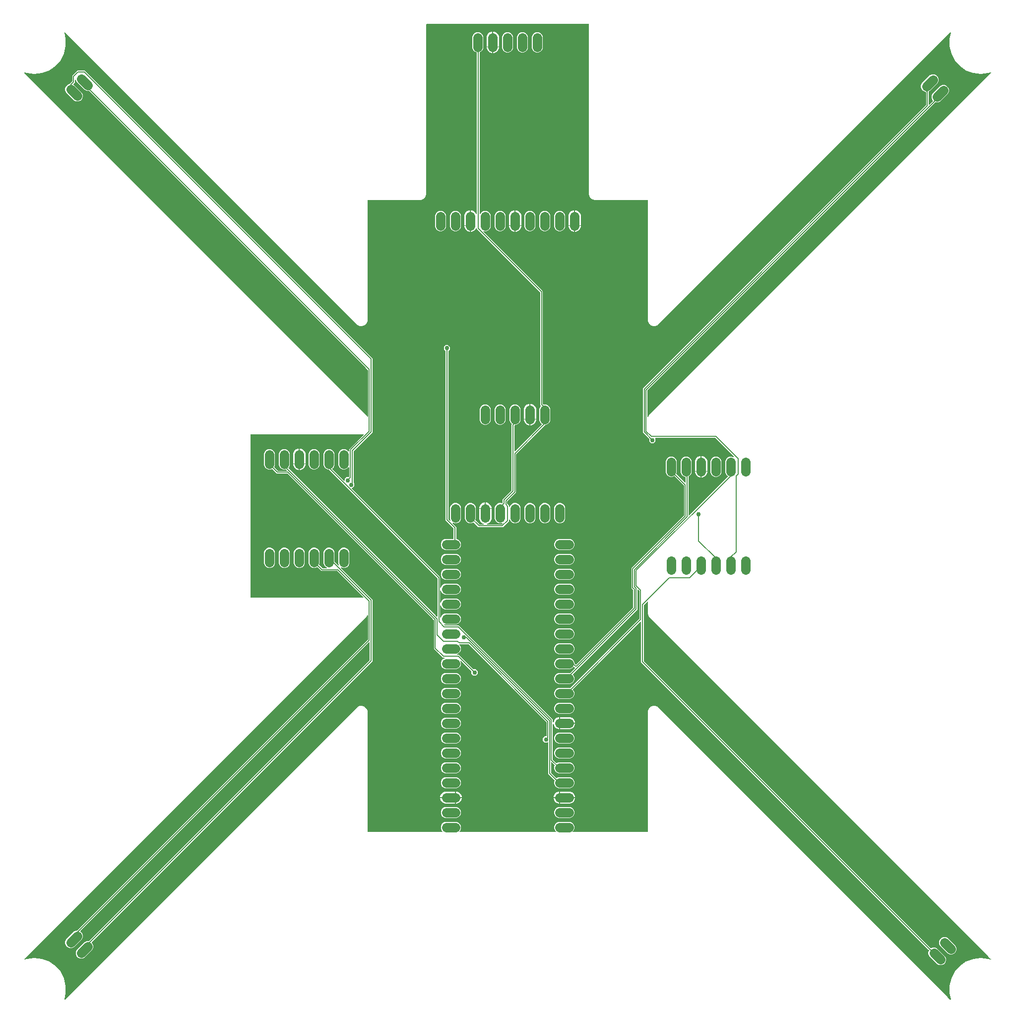
<source format=gbr>
G04 EAGLE Gerber RS-274X export*
G75*
%MOMM*%
%FSLAX34Y34*%
%LPD*%
%INBottom Copper*%
%IPPOS*%
%AMOC8*
5,1,8,0,0,1.08239X$1,22.5*%
G01*
G04 Define Apertures*
%ADD10C,1.575000*%
%ADD11C,0.152400*%
%ADD12C,0.756400*%
G36*
X756173Y-824890D02*
X755877Y-824955D01*
X755578Y-824900D01*
X755326Y-824732D01*
X256187Y-325594D01*
X252173Y-323931D01*
X247827Y-323931D01*
X243813Y-325594D01*
X240741Y-328666D01*
X239078Y-332680D01*
X239078Y-538316D01*
X239027Y-538591D01*
X238863Y-538846D01*
X238613Y-539018D01*
X238316Y-539078D01*
X111907Y-539078D01*
X111644Y-539031D01*
X111385Y-538872D01*
X111210Y-538624D01*
X111145Y-538328D01*
X111201Y-538030D01*
X111368Y-537777D01*
X112618Y-536527D01*
X114049Y-533073D01*
X114049Y-529333D01*
X112618Y-525879D01*
X109974Y-523235D01*
X106520Y-521804D01*
X87030Y-521804D01*
X83576Y-523235D01*
X80932Y-525879D01*
X79501Y-529333D01*
X79501Y-533073D01*
X80932Y-536527D01*
X82182Y-537777D01*
X82335Y-537997D01*
X82405Y-538292D01*
X82354Y-538591D01*
X82191Y-538846D01*
X81940Y-539018D01*
X81643Y-539078D01*
X-81643Y-539078D01*
X-81906Y-539031D01*
X-82165Y-538872D01*
X-82340Y-538624D01*
X-82405Y-538328D01*
X-82349Y-538030D01*
X-82182Y-537777D01*
X-80932Y-536527D01*
X-79501Y-533073D01*
X-79501Y-529333D01*
X-80932Y-525879D01*
X-83576Y-523235D01*
X-87030Y-521804D01*
X-106520Y-521804D01*
X-109974Y-523235D01*
X-112618Y-525879D01*
X-114049Y-529333D01*
X-114049Y-533073D01*
X-112618Y-536527D01*
X-111368Y-537777D01*
X-111215Y-537997D01*
X-111145Y-538292D01*
X-111196Y-538591D01*
X-111360Y-538846D01*
X-111610Y-539018D01*
X-111907Y-539078D01*
X-238316Y-539078D01*
X-238591Y-539027D01*
X-238846Y-538863D01*
X-239018Y-538613D01*
X-239078Y-538316D01*
X-239078Y-332680D01*
X-240741Y-328666D01*
X-243813Y-325594D01*
X-247827Y-323931D01*
X-252173Y-323931D01*
X-256187Y-325594D01*
X-755326Y-824732D01*
X-755720Y-824942D01*
X-756023Y-824939D01*
X-756301Y-824818D01*
X-756510Y-824598D01*
X-756617Y-824314D01*
X-756604Y-824011D01*
X-754152Y-814060D01*
X-754152Y-801087D01*
X-757256Y-788491D01*
X-763285Y-777004D01*
X-771888Y-767293D01*
X-782565Y-759923D01*
X-794695Y-755323D01*
X-807574Y-753759D01*
X-820452Y-755323D01*
X-824024Y-756678D01*
X-824258Y-756726D01*
X-824558Y-756680D01*
X-824816Y-756521D01*
X-824991Y-756273D01*
X-825056Y-755977D01*
X-825001Y-755679D01*
X-824833Y-755426D01*
X-240741Y-171334D01*
X-239972Y-169478D01*
X-239832Y-169257D01*
X-239587Y-169078D01*
X-239292Y-169008D01*
X-238993Y-169059D01*
X-238738Y-169222D01*
X-238566Y-169472D01*
X-238506Y-169770D01*
X-238506Y-210573D01*
X-238562Y-210859D01*
X-238729Y-211112D01*
X-734478Y-706861D01*
X-734719Y-707024D01*
X-735016Y-707084D01*
X-736313Y-707084D01*
X-739768Y-708515D01*
X-753548Y-722296D01*
X-754979Y-725750D01*
X-754979Y-729489D01*
X-753548Y-732944D01*
X-750904Y-735588D01*
X-747450Y-737019D01*
X-743711Y-737019D01*
X-740256Y-735588D01*
X-726475Y-721807D01*
X-725044Y-718352D01*
X-725044Y-714613D01*
X-726475Y-711159D01*
X-728854Y-708780D01*
X-729012Y-708550D01*
X-729077Y-708254D01*
X-729021Y-707956D01*
X-728854Y-707703D01*
X-236759Y-215608D01*
X-236539Y-215455D01*
X-236244Y-215385D01*
X-235945Y-215436D01*
X-235690Y-215599D01*
X-235518Y-215849D01*
X-235458Y-216147D01*
X-235458Y-245625D01*
X-235514Y-245911D01*
X-235681Y-246164D01*
X-714338Y-724821D01*
X-714580Y-724984D01*
X-714877Y-725044D01*
X-718352Y-725044D01*
X-721807Y-726475D01*
X-735588Y-740256D01*
X-737019Y-743711D01*
X-737019Y-747450D01*
X-735588Y-750904D01*
X-732944Y-753548D01*
X-729489Y-754979D01*
X-725750Y-754979D01*
X-722296Y-753548D01*
X-708515Y-739768D01*
X-707084Y-736313D01*
X-707084Y-732574D01*
X-708515Y-729119D01*
X-709804Y-727830D01*
X-709962Y-727600D01*
X-710027Y-727304D01*
X-709971Y-727006D01*
X-709804Y-726753D01*
X-230886Y-247835D01*
X-230886Y-142309D01*
X-284154Y-89041D01*
X-284305Y-88827D01*
X-284377Y-88533D01*
X-284328Y-88233D01*
X-284167Y-87976D01*
X-283918Y-87803D01*
X-283621Y-87740D01*
X-283324Y-87798D01*
X-281270Y-88649D01*
X-277530Y-88649D01*
X-274076Y-87218D01*
X-271432Y-84574D01*
X-270001Y-81120D01*
X-270001Y-61630D01*
X-271432Y-58176D01*
X-274076Y-55532D01*
X-277530Y-54101D01*
X-281270Y-54101D01*
X-284724Y-55532D01*
X-287368Y-58176D01*
X-288799Y-61630D01*
X-288799Y-81120D01*
X-287948Y-83174D01*
X-287891Y-83429D01*
X-287937Y-83729D01*
X-288096Y-83987D01*
X-288344Y-84162D01*
X-288640Y-84227D01*
X-288938Y-84172D01*
X-289191Y-84004D01*
X-295178Y-78017D01*
X-295341Y-77776D01*
X-295401Y-77478D01*
X-295401Y-61630D01*
X-296832Y-58176D01*
X-299476Y-55532D01*
X-302930Y-54101D01*
X-306670Y-54101D01*
X-310124Y-55532D01*
X-312768Y-58176D01*
X-314199Y-61630D01*
X-314199Y-81120D01*
X-312768Y-84574D01*
X-310124Y-87218D01*
X-308990Y-87688D01*
X-308769Y-87828D01*
X-308589Y-88073D01*
X-308520Y-88368D01*
X-308570Y-88667D01*
X-308734Y-88922D01*
X-308984Y-89094D01*
X-309281Y-89154D01*
X-315729Y-89154D01*
X-316015Y-89098D01*
X-316268Y-88931D01*
X-321401Y-83798D01*
X-321562Y-83562D01*
X-321624Y-83265D01*
X-321566Y-82967D01*
X-320801Y-81120D01*
X-320801Y-61630D01*
X-322232Y-58176D01*
X-324876Y-55532D01*
X-328330Y-54101D01*
X-332070Y-54101D01*
X-335524Y-55532D01*
X-338168Y-58176D01*
X-339599Y-61630D01*
X-339599Y-81120D01*
X-338168Y-84574D01*
X-335524Y-87218D01*
X-332070Y-88649D01*
X-328330Y-88649D01*
X-325043Y-87287D01*
X-324763Y-87229D01*
X-324465Y-87285D01*
X-324212Y-87452D01*
X-317939Y-93726D01*
X-290823Y-93726D01*
X-290537Y-93782D01*
X-290284Y-93949D01*
X-245974Y-138259D01*
X-245823Y-138473D01*
X-245751Y-138767D01*
X-245800Y-139067D01*
X-245961Y-139324D01*
X-246210Y-139497D01*
X-246507Y-139560D01*
X-246804Y-139502D01*
X-247827Y-139078D01*
X-438316Y-139078D01*
X-438591Y-139027D01*
X-438846Y-138863D01*
X-439018Y-138613D01*
X-439078Y-138316D01*
X-439078Y138316D01*
X-439027Y138591D01*
X-438863Y138846D01*
X-438613Y139018D01*
X-438316Y139078D01*
X-247827Y139078D01*
X-246804Y139502D01*
X-246549Y139559D01*
X-246249Y139513D01*
X-245991Y139354D01*
X-245816Y139106D01*
X-245751Y138810D01*
X-245806Y138512D01*
X-245974Y138259D01*
X-270510Y113723D01*
X-270510Y110892D01*
X-270557Y110629D01*
X-270716Y110370D01*
X-270964Y110195D01*
X-271260Y110130D01*
X-271558Y110186D01*
X-271811Y110353D01*
X-274076Y112618D01*
X-277530Y114049D01*
X-281270Y114049D01*
X-284724Y112618D01*
X-287368Y109974D01*
X-288799Y106520D01*
X-288799Y87030D01*
X-287368Y83576D01*
X-284724Y80932D01*
X-281270Y79501D01*
X-277530Y79501D01*
X-274076Y80932D01*
X-271811Y83197D01*
X-271591Y83350D01*
X-271296Y83420D01*
X-270997Y83369D01*
X-270742Y83206D01*
X-270570Y82955D01*
X-270510Y82658D01*
X-270510Y67028D01*
X-270561Y66753D01*
X-270725Y66498D01*
X-270975Y66326D01*
X-271272Y66266D01*
X-274994Y66266D01*
X-278102Y63158D01*
X-278102Y60671D01*
X-278149Y60407D01*
X-278308Y60149D01*
X-278556Y59974D01*
X-278852Y59909D01*
X-279150Y59964D01*
X-279403Y60132D01*
X-299301Y80030D01*
X-299459Y80260D01*
X-299524Y80556D01*
X-299468Y80854D01*
X-299301Y81107D01*
X-296832Y83576D01*
X-295401Y87030D01*
X-295401Y106520D01*
X-296832Y109974D01*
X-299476Y112618D01*
X-302930Y114049D01*
X-306670Y114049D01*
X-310124Y112618D01*
X-312768Y109974D01*
X-314199Y106520D01*
X-314199Y87030D01*
X-312768Y83576D01*
X-310124Y80932D01*
X-306670Y79501D01*
X-305554Y79501D01*
X-305268Y79445D01*
X-305015Y79278D01*
X-119857Y-105880D01*
X-119694Y-106121D01*
X-119634Y-106419D01*
X-119634Y-170949D01*
X-119681Y-171213D01*
X-119840Y-171471D01*
X-120088Y-171646D01*
X-120384Y-171711D01*
X-120682Y-171656D01*
X-120935Y-171488D01*
X-373977Y81554D01*
X-374135Y81784D01*
X-374200Y82080D01*
X-374144Y82378D01*
X-373977Y82631D01*
X-373032Y83576D01*
X-371601Y87030D01*
X-371601Y106520D01*
X-373032Y109974D01*
X-375676Y112618D01*
X-379130Y114049D01*
X-382870Y114049D01*
X-386324Y112618D01*
X-388968Y109974D01*
X-390399Y106520D01*
X-390399Y87030D01*
X-388968Y83576D01*
X-386324Y80932D01*
X-382870Y79501D01*
X-379130Y79501D01*
X-379077Y79523D01*
X-378798Y79581D01*
X-378500Y79525D01*
X-378247Y79358D01*
X-377152Y78263D01*
X-376999Y78043D01*
X-376929Y77748D01*
X-376980Y77449D01*
X-377143Y77194D01*
X-377393Y77022D01*
X-377691Y76962D01*
X-391929Y76962D01*
X-392215Y77018D01*
X-392468Y77185D01*
X-398197Y82914D01*
X-398357Y83150D01*
X-398420Y83447D01*
X-398362Y83744D01*
X-397001Y87030D01*
X-397001Y106520D01*
X-398432Y109974D01*
X-401076Y112618D01*
X-404530Y114049D01*
X-408270Y114049D01*
X-411724Y112618D01*
X-414368Y109974D01*
X-415799Y106520D01*
X-415799Y87030D01*
X-414368Y83576D01*
X-411724Y80932D01*
X-408270Y79501D01*
X-404530Y79501D01*
X-402681Y80267D01*
X-402402Y80325D01*
X-402104Y80269D01*
X-401851Y80102D01*
X-394139Y72390D01*
X-376167Y72390D01*
X-375881Y72334D01*
X-375628Y72167D01*
X-125953Y-177508D01*
X-125790Y-177749D01*
X-125730Y-178047D01*
X-125730Y-226499D01*
X-110675Y-241554D01*
X-108298Y-241554D01*
X-108041Y-241599D01*
X-107781Y-241756D01*
X-107604Y-242002D01*
X-107537Y-242298D01*
X-107590Y-242596D01*
X-107755Y-242851D01*
X-108007Y-243020D01*
X-109974Y-243835D01*
X-112618Y-246479D01*
X-114049Y-249933D01*
X-114049Y-253673D01*
X-112618Y-257127D01*
X-109974Y-259771D01*
X-106520Y-261202D01*
X-87030Y-261202D01*
X-83576Y-259771D01*
X-80932Y-257127D01*
X-79501Y-253673D01*
X-79501Y-249933D01*
X-80237Y-248158D01*
X-80294Y-247902D01*
X-80248Y-247603D01*
X-80088Y-247345D01*
X-79841Y-247169D01*
X-79545Y-247104D01*
X-79247Y-247160D01*
X-78994Y-247327D01*
X-61917Y-264404D01*
X-61754Y-264645D01*
X-61694Y-264943D01*
X-61694Y-268898D01*
X-58586Y-272006D01*
X-54190Y-272006D01*
X-51082Y-268898D01*
X-51082Y-264502D01*
X-54190Y-261394D01*
X-58145Y-261394D01*
X-58431Y-261338D01*
X-58684Y-261171D01*
X-82873Y-236982D01*
X-86048Y-236982D01*
X-86306Y-236937D01*
X-86565Y-236780D01*
X-86743Y-236534D01*
X-86810Y-236238D01*
X-86757Y-235940D01*
X-86591Y-235686D01*
X-86340Y-235516D01*
X-83576Y-234371D01*
X-80932Y-231727D01*
X-79501Y-228273D01*
X-79501Y-224533D01*
X-80932Y-221079D01*
X-82016Y-219995D01*
X-82169Y-219775D01*
X-82239Y-219480D01*
X-82188Y-219181D01*
X-82025Y-218926D01*
X-81774Y-218754D01*
X-81477Y-218694D01*
X-66795Y-218694D01*
X-66509Y-218750D01*
X-66256Y-218917D01*
X66071Y-351244D01*
X66234Y-351485D01*
X66294Y-351783D01*
X66294Y-374932D01*
X66243Y-375207D01*
X66079Y-375462D01*
X65829Y-375634D01*
X65532Y-375694D01*
X63334Y-375694D01*
X60226Y-378802D01*
X60226Y-383198D01*
X63334Y-386306D01*
X67730Y-386306D01*
X68041Y-385995D01*
X68261Y-385842D01*
X68556Y-385772D01*
X68855Y-385823D01*
X69110Y-385986D01*
X69282Y-386236D01*
X69342Y-386533D01*
X69342Y-439859D01*
X80053Y-450570D01*
X80214Y-450806D01*
X80277Y-451103D01*
X80219Y-451401D01*
X79501Y-453133D01*
X79501Y-456873D01*
X80932Y-460327D01*
X83576Y-462971D01*
X87030Y-464402D01*
X106520Y-464402D01*
X109974Y-462971D01*
X112618Y-460327D01*
X114049Y-456873D01*
X114049Y-453133D01*
X112618Y-449679D01*
X109974Y-447035D01*
X106520Y-445604D01*
X87030Y-445604D01*
X83628Y-447013D01*
X83348Y-447071D01*
X83050Y-447016D01*
X82797Y-446848D01*
X74137Y-438188D01*
X73974Y-437947D01*
X73914Y-437649D01*
X73914Y-420363D01*
X73961Y-420099D01*
X74120Y-419841D01*
X74368Y-419666D01*
X74664Y-419601D01*
X74962Y-419656D01*
X75215Y-419824D01*
X80202Y-424811D01*
X80363Y-425047D01*
X80425Y-425344D01*
X80367Y-425642D01*
X79501Y-427733D01*
X79501Y-431473D01*
X80932Y-434927D01*
X83576Y-437571D01*
X87030Y-439002D01*
X106520Y-439002D01*
X109974Y-437571D01*
X112618Y-434927D01*
X114049Y-431473D01*
X114049Y-427733D01*
X112618Y-424279D01*
X109974Y-421635D01*
X106520Y-420204D01*
X87030Y-420204D01*
X83987Y-421465D01*
X83707Y-421523D01*
X83409Y-421467D01*
X83156Y-421300D01*
X77185Y-415328D01*
X77022Y-415087D01*
X76962Y-414789D01*
X76962Y-355629D01*
X77007Y-355371D01*
X77164Y-355112D01*
X77410Y-354934D01*
X77706Y-354867D01*
X78004Y-354920D01*
X78259Y-355086D01*
X78428Y-355337D01*
X80071Y-359303D01*
X83000Y-362232D01*
X86828Y-363818D01*
X88138Y-363818D01*
X88138Y-342988D01*
X86828Y-342988D01*
X83000Y-344574D01*
X80071Y-347503D01*
X78428Y-351469D01*
X78288Y-351690D01*
X78043Y-351869D01*
X77748Y-351939D01*
X77449Y-351888D01*
X77194Y-351725D01*
X77022Y-351475D01*
X76962Y-351177D01*
X76962Y-346525D01*
X-82873Y-186690D01*
X-106941Y-186690D01*
X-107227Y-186634D01*
X-107480Y-186467D01*
X-107951Y-185996D01*
X-108102Y-185782D01*
X-108174Y-185487D01*
X-108126Y-185188D01*
X-107964Y-184931D01*
X-107715Y-184758D01*
X-107419Y-184695D01*
X-107121Y-184753D01*
X-106520Y-185002D01*
X-87030Y-185002D01*
X-83576Y-183571D01*
X-80932Y-180927D01*
X-79501Y-177473D01*
X-79501Y-173733D01*
X-80932Y-170279D01*
X-83576Y-167635D01*
X-87030Y-166204D01*
X-106520Y-166204D01*
X-109974Y-167635D01*
X-112618Y-170279D01*
X-113596Y-172640D01*
X-113736Y-172861D01*
X-113981Y-173040D01*
X-114276Y-173110D01*
X-114575Y-173059D01*
X-114830Y-172896D01*
X-115002Y-172645D01*
X-115062Y-172348D01*
X-115062Y-153458D01*
X-115017Y-153200D01*
X-114860Y-152941D01*
X-114614Y-152764D01*
X-114318Y-152696D01*
X-114020Y-152749D01*
X-113766Y-152915D01*
X-113596Y-153166D01*
X-112618Y-155527D01*
X-109974Y-158171D01*
X-106520Y-159602D01*
X-87030Y-159602D01*
X-83576Y-158171D01*
X-80932Y-155527D01*
X-79501Y-152073D01*
X-79501Y-148333D01*
X-80932Y-144879D01*
X-83576Y-142235D01*
X-87030Y-140804D01*
X-106520Y-140804D01*
X-109974Y-142235D01*
X-112618Y-144879D01*
X-113596Y-147240D01*
X-113736Y-147461D01*
X-113981Y-147640D01*
X-114276Y-147710D01*
X-114575Y-147659D01*
X-114830Y-147496D01*
X-115002Y-147245D01*
X-115062Y-146948D01*
X-115062Y-128058D01*
X-115017Y-127800D01*
X-114860Y-127541D01*
X-114614Y-127364D01*
X-114318Y-127296D01*
X-114020Y-127349D01*
X-113766Y-127515D01*
X-113596Y-127766D01*
X-112618Y-130127D01*
X-109974Y-132771D01*
X-106520Y-134202D01*
X-87030Y-134202D01*
X-83576Y-132771D01*
X-80932Y-130127D01*
X-79501Y-126673D01*
X-79501Y-122933D01*
X-80932Y-119479D01*
X-83576Y-116835D01*
X-87030Y-115404D01*
X-106520Y-115404D01*
X-109974Y-116835D01*
X-112618Y-119479D01*
X-113596Y-121840D01*
X-113736Y-122061D01*
X-113981Y-122240D01*
X-114276Y-122310D01*
X-114575Y-122259D01*
X-114830Y-122096D01*
X-115002Y-121845D01*
X-115062Y-121548D01*
X-115062Y-104209D01*
X-266004Y46733D01*
X-266157Y46953D01*
X-266227Y47248D01*
X-266176Y47547D01*
X-266013Y47802D01*
X-265763Y47974D01*
X-265465Y48034D01*
X-264502Y48034D01*
X-261394Y51142D01*
X-261394Y55538D01*
X-262667Y56811D01*
X-262830Y57052D01*
X-262890Y57349D01*
X-262890Y109989D01*
X-262834Y110275D01*
X-262667Y110528D01*
X-230886Y142309D01*
X-230886Y269171D01*
X-721429Y759714D01*
X-733991Y759714D01*
X-742950Y750755D01*
X-742950Y741927D01*
X-743006Y741641D01*
X-743173Y741388D01*
X-747500Y737061D01*
X-747748Y736895D01*
X-750904Y735588D01*
X-753548Y732944D01*
X-754979Y729489D01*
X-754979Y725750D01*
X-753548Y722296D01*
X-739768Y708515D01*
X-736313Y707084D01*
X-732574Y707084D01*
X-729119Y708515D01*
X-726475Y711159D01*
X-725044Y714613D01*
X-725044Y718352D01*
X-726475Y721807D01*
X-740256Y735588D01*
X-740794Y735811D01*
X-741024Y735959D01*
X-741200Y736206D01*
X-741265Y736503D01*
X-741209Y736801D01*
X-741042Y737054D01*
X-738378Y739717D01*
X-738378Y743161D01*
X-738333Y743419D01*
X-738176Y743678D01*
X-737930Y743856D01*
X-737634Y743923D01*
X-737336Y743870D01*
X-737082Y743705D01*
X-736912Y743453D01*
X-735588Y740256D01*
X-721807Y726475D01*
X-718352Y725044D01*
X-714877Y725044D01*
X-714591Y724989D01*
X-714338Y724821D01*
X-238729Y249212D01*
X-238566Y248971D01*
X-238506Y248673D01*
X-238506Y169770D01*
X-238551Y169512D01*
X-238708Y169253D01*
X-238954Y169075D01*
X-239250Y169008D01*
X-239548Y169061D01*
X-239803Y169227D01*
X-239972Y169478D01*
X-240741Y171334D01*
X-824833Y755426D01*
X-824973Y755620D01*
X-825054Y755912D01*
X-825015Y756212D01*
X-824861Y756474D01*
X-824618Y756655D01*
X-824323Y756727D01*
X-824024Y756678D01*
X-820452Y755323D01*
X-807574Y753759D01*
X-794695Y755323D01*
X-782565Y759923D01*
X-771888Y767293D01*
X-763285Y777004D01*
X-757256Y788491D01*
X-754152Y801087D01*
X-754152Y814060D01*
X-756604Y824011D01*
X-756580Y824457D01*
X-756420Y824715D01*
X-756173Y824890D01*
X-755877Y824955D01*
X-755578Y824900D01*
X-755326Y824732D01*
X-256187Y325594D01*
X-252173Y323931D01*
X-247827Y323931D01*
X-243813Y325594D01*
X-240741Y328666D01*
X-239078Y332680D01*
X-239078Y538316D01*
X-239027Y538591D01*
X-238863Y538846D01*
X-238613Y539018D01*
X-238316Y539078D01*
X-147827Y539078D01*
X-143813Y540741D01*
X-140741Y543813D01*
X-139078Y547827D01*
X-139078Y838316D01*
X-139027Y838591D01*
X-138863Y838846D01*
X-138613Y839018D01*
X-138316Y839078D01*
X138316Y839078D01*
X138591Y839027D01*
X138846Y838863D01*
X139018Y838613D01*
X139078Y838316D01*
X139078Y547827D01*
X140741Y543813D01*
X143813Y540741D01*
X147827Y539078D01*
X238316Y539078D01*
X238591Y539027D01*
X238846Y538863D01*
X239018Y538613D01*
X239078Y538316D01*
X239078Y332680D01*
X240741Y328666D01*
X243813Y325594D01*
X247827Y323931D01*
X252173Y323931D01*
X256187Y325594D01*
X755326Y824732D01*
X755720Y824942D01*
X756023Y824939D01*
X756301Y824818D01*
X756510Y824598D01*
X756617Y824314D01*
X756604Y824011D01*
X754152Y814060D01*
X754152Y801087D01*
X757256Y788491D01*
X763285Y777004D01*
X771888Y767293D01*
X782565Y759923D01*
X794695Y755323D01*
X807574Y753759D01*
X820452Y755323D01*
X824024Y756678D01*
X824258Y756726D01*
X824558Y756680D01*
X824816Y756521D01*
X824991Y756273D01*
X825056Y755977D01*
X825001Y755679D01*
X824833Y755426D01*
X240741Y171334D01*
X239972Y169478D01*
X239832Y169257D01*
X239587Y169078D01*
X239292Y169008D01*
X238993Y169059D01*
X238738Y169222D01*
X238566Y169472D01*
X238506Y169770D01*
X238506Y213621D01*
X238562Y213907D01*
X238729Y214160D01*
X729999Y705430D01*
X730235Y705591D01*
X730532Y705654D01*
X730830Y705596D01*
X731011Y705521D01*
X734750Y705521D01*
X738204Y706952D01*
X751985Y720732D01*
X753416Y724187D01*
X753416Y727926D01*
X751985Y731381D01*
X749341Y734025D01*
X745887Y735456D01*
X742148Y735456D01*
X738693Y734025D01*
X724912Y720244D01*
X723481Y716789D01*
X723481Y713050D01*
X724912Y709596D01*
X725767Y708741D01*
X725925Y708511D01*
X725990Y708215D01*
X725934Y707916D01*
X725767Y707664D01*
X719867Y701764D01*
X719647Y701611D01*
X719352Y701541D01*
X719053Y701592D01*
X718798Y701755D01*
X718626Y702005D01*
X718566Y702303D01*
X718566Y723708D01*
X718619Y723988D01*
X718785Y724243D01*
X719036Y724412D01*
X720244Y724912D01*
X734025Y738693D01*
X735456Y742148D01*
X735456Y745887D01*
X734025Y749341D01*
X731381Y751985D01*
X727926Y753416D01*
X724187Y753416D01*
X720732Y751985D01*
X706952Y738204D01*
X705521Y734750D01*
X705521Y731011D01*
X706952Y727556D01*
X709596Y724912D01*
X713050Y723481D01*
X713150Y723481D01*
X713436Y723426D01*
X713689Y723258D01*
X713771Y723176D01*
X713934Y722935D01*
X713994Y722637D01*
X713994Y700779D01*
X713938Y700493D01*
X713771Y700240D01*
X230886Y217355D01*
X230886Y142309D01*
X241359Y131836D01*
X241522Y131595D01*
X241582Y131297D01*
X241582Y127342D01*
X244690Y124234D01*
X249086Y124234D01*
X252194Y127342D01*
X252194Y131738D01*
X251883Y132049D01*
X251730Y132269D01*
X251660Y132564D01*
X251711Y132863D01*
X251874Y133118D01*
X252124Y133290D01*
X252421Y133350D01*
X353829Y133350D01*
X354115Y133294D01*
X354368Y133127D01*
X385754Y101741D01*
X385905Y101527D01*
X385977Y101233D01*
X385928Y100933D01*
X385767Y100676D01*
X385518Y100503D01*
X385221Y100440D01*
X384924Y100498D01*
X382870Y101349D01*
X379130Y101349D01*
X375676Y99918D01*
X373032Y97274D01*
X371601Y93820D01*
X371601Y74330D01*
X373032Y70876D01*
X375676Y68232D01*
X375855Y68158D01*
X376085Y68010D01*
X376260Y67762D01*
X376325Y67466D01*
X376270Y67168D01*
X376102Y66915D01*
X309911Y724D01*
X309691Y571D01*
X309396Y501D01*
X309097Y552D01*
X308842Y715D01*
X308670Y965D01*
X308610Y1263D01*
X308610Y67096D01*
X308663Y67376D01*
X308829Y67630D01*
X309080Y67800D01*
X310124Y68232D01*
X312768Y70876D01*
X314199Y74330D01*
X314199Y93820D01*
X312768Y97274D01*
X310124Y99918D01*
X306670Y101349D01*
X302930Y101349D01*
X299476Y99918D01*
X296832Y97274D01*
X295401Y93820D01*
X295401Y74330D01*
X296832Y70876D01*
X299476Y68232D01*
X302930Y66801D01*
X303030Y66801D01*
X303316Y66745D01*
X303569Y66578D01*
X303815Y66332D01*
X303978Y66091D01*
X304038Y65793D01*
X304038Y57651D01*
X303991Y57387D01*
X303832Y57129D01*
X303584Y56954D01*
X303288Y56889D01*
X302990Y56944D01*
X302737Y57112D01*
X288198Y71651D01*
X288038Y71887D01*
X287975Y72183D01*
X288033Y72481D01*
X288799Y74330D01*
X288799Y93820D01*
X287368Y97274D01*
X284724Y99918D01*
X281270Y101349D01*
X277530Y101349D01*
X274076Y99918D01*
X271432Y97274D01*
X270001Y93820D01*
X270001Y74330D01*
X271432Y70876D01*
X274076Y68232D01*
X277530Y66801D01*
X281270Y66801D01*
X284556Y68162D01*
X284835Y68220D01*
X285133Y68164D01*
X285386Y67997D01*
X300767Y52616D01*
X300930Y52375D01*
X300990Y52077D01*
X300990Y1263D01*
X300934Y977D01*
X300767Y724D01*
X211074Y-88969D01*
X211074Y-122867D01*
X213899Y-125692D01*
X214062Y-125933D01*
X214122Y-126231D01*
X214122Y-155709D01*
X214066Y-155995D01*
X213899Y-156248D01*
X117125Y-253022D01*
X116894Y-253180D01*
X116598Y-253245D01*
X116300Y-253190D01*
X116047Y-253022D01*
X114272Y-251247D01*
X114109Y-251006D01*
X114049Y-250708D01*
X114049Y-249933D01*
X112618Y-246479D01*
X109974Y-243835D01*
X106520Y-242404D01*
X87030Y-242404D01*
X83576Y-243835D01*
X80932Y-246479D01*
X79501Y-249933D01*
X79501Y-253673D01*
X80932Y-257127D01*
X83576Y-259771D01*
X87030Y-261202D01*
X106520Y-261202D01*
X109974Y-259771D01*
X112613Y-257132D01*
X112844Y-256974D01*
X113140Y-256909D01*
X113438Y-256964D01*
X113691Y-257132D01*
X115100Y-258541D01*
X115258Y-258772D01*
X115323Y-259068D01*
X115268Y-259366D01*
X115100Y-259619D01*
X107138Y-267581D01*
X106897Y-267744D01*
X106599Y-267804D01*
X87030Y-267804D01*
X83576Y-269235D01*
X80932Y-271879D01*
X79501Y-275333D01*
X79501Y-279073D01*
X80932Y-282527D01*
X83576Y-285171D01*
X87030Y-286602D01*
X106520Y-286602D01*
X109974Y-285171D01*
X112618Y-282527D01*
X114049Y-279073D01*
X114049Y-275333D01*
X112618Y-271879D01*
X111501Y-270762D01*
X111343Y-270531D01*
X111278Y-270235D01*
X111333Y-269937D01*
X111501Y-269684D01*
X221742Y-159443D01*
X221742Y-126231D01*
X221789Y-125967D01*
X221948Y-125709D01*
X222196Y-125534D01*
X222492Y-125469D01*
X222790Y-125524D01*
X223043Y-125692D01*
X224567Y-127216D01*
X224730Y-127457D01*
X224790Y-127755D01*
X224790Y-175521D01*
X224734Y-175807D01*
X224567Y-176060D01*
X107519Y-293109D01*
X107283Y-293269D01*
X106986Y-293332D01*
X106688Y-293274D01*
X106520Y-293204D01*
X87030Y-293204D01*
X83576Y-294635D01*
X80932Y-297279D01*
X79501Y-300733D01*
X79501Y-304473D01*
X80932Y-307927D01*
X83576Y-310571D01*
X87030Y-312002D01*
X106520Y-312002D01*
X109974Y-310571D01*
X112618Y-307927D01*
X114049Y-304473D01*
X114049Y-300733D01*
X112618Y-297279D01*
X111755Y-296416D01*
X111597Y-296185D01*
X111532Y-295889D01*
X111587Y-295591D01*
X111755Y-295338D01*
X226537Y-180556D01*
X226757Y-180403D01*
X227052Y-180333D01*
X227351Y-180384D01*
X227606Y-180547D01*
X227778Y-180797D01*
X227838Y-181095D01*
X227838Y-249359D01*
X719023Y-740544D01*
X719184Y-740780D01*
X719246Y-741077D01*
X719188Y-741375D01*
X718221Y-743711D01*
X718221Y-747450D01*
X719652Y-750904D01*
X733432Y-764685D01*
X736887Y-766116D01*
X740626Y-766116D01*
X744081Y-764685D01*
X746725Y-762041D01*
X748156Y-758587D01*
X748156Y-754848D01*
X746725Y-751393D01*
X732944Y-737612D01*
X729489Y-736181D01*
X725750Y-736181D01*
X722951Y-737341D01*
X722671Y-737399D01*
X722373Y-737343D01*
X722120Y-737176D01*
X232633Y-247688D01*
X232470Y-247447D01*
X232410Y-247149D01*
X232410Y-152139D01*
X232466Y-151853D01*
X232633Y-151600D01*
X238259Y-145974D01*
X238473Y-145823D01*
X238767Y-145751D01*
X239067Y-145800D01*
X239324Y-145961D01*
X239497Y-146210D01*
X239560Y-146507D01*
X239502Y-146804D01*
X239078Y-147827D01*
X239078Y-167320D01*
X240741Y-171334D01*
X824833Y-755426D01*
X824973Y-755620D01*
X825054Y-755912D01*
X825015Y-756212D01*
X824861Y-756474D01*
X824618Y-756655D01*
X824323Y-756727D01*
X824024Y-756678D01*
X820452Y-755323D01*
X807574Y-753759D01*
X794695Y-755323D01*
X782565Y-759923D01*
X771888Y-767293D01*
X763285Y-777004D01*
X757256Y-788491D01*
X754152Y-801087D01*
X754152Y-814060D01*
X756604Y-824011D01*
X756580Y-824457D01*
X756420Y-824715D01*
X756173Y-824890D01*
G37*
%LPC*%
G36*
X-24638Y800862D02*
X-14985Y800862D01*
X-14985Y817922D01*
X-16571Y821750D01*
X-19500Y824679D01*
X-23328Y826265D01*
X-24638Y826265D01*
X-24638Y800862D01*
G37*
G36*
X-35815Y800862D02*
X-26162Y800862D01*
X-26162Y826265D01*
X-27472Y826265D01*
X-31300Y824679D01*
X-34229Y821750D01*
X-35815Y817922D01*
X-35815Y800862D01*
G37*
G36*
X-49715Y-19050D02*
X-8197Y-19050D01*
X2286Y-8567D01*
X2286Y-6300D01*
X2331Y-6042D01*
X2488Y-5783D01*
X2734Y-5606D01*
X3030Y-5538D01*
X3328Y-5591D01*
X3583Y-5757D01*
X3752Y-6008D01*
X4732Y-8374D01*
X7376Y-11018D01*
X10830Y-12449D01*
X14570Y-12449D01*
X18024Y-11018D01*
X20668Y-8374D01*
X22099Y-4920D01*
X22099Y14570D01*
X20668Y18024D01*
X18024Y20668D01*
X14570Y22099D01*
X10830Y22099D01*
X7376Y20668D01*
X4732Y18024D01*
X3752Y15658D01*
X3612Y15438D01*
X3367Y15258D01*
X3072Y15188D01*
X2773Y15239D01*
X2518Y15403D01*
X2346Y15653D01*
X2286Y15950D01*
X2286Y17711D01*
X-539Y20536D01*
X-702Y20777D01*
X-762Y21075D01*
X-762Y24645D01*
X-706Y24931D01*
X-539Y25184D01*
X14478Y40201D01*
X14478Y105417D01*
X14534Y105703D01*
X14701Y105956D01*
X64223Y155478D01*
X64464Y155641D01*
X64762Y155701D01*
X65370Y155701D01*
X68824Y157132D01*
X71468Y159776D01*
X72899Y163230D01*
X72899Y182720D01*
X71468Y186174D01*
X68824Y188818D01*
X65370Y190249D01*
X61712Y190249D01*
X61426Y190305D01*
X61173Y190472D01*
X60421Y191224D01*
X60258Y191465D01*
X60198Y191763D01*
X60198Y383471D01*
X-41123Y484792D01*
X-41274Y485006D01*
X-41346Y485300D01*
X-41297Y485600D01*
X-41136Y485857D01*
X-40887Y486030D01*
X-40590Y486093D01*
X-40293Y486035D01*
X-39970Y485901D01*
X-36230Y485901D01*
X-32776Y487332D01*
X-30132Y489976D01*
X-28701Y493430D01*
X-28701Y512920D01*
X-30132Y516374D01*
X-32776Y519018D01*
X-36230Y520449D01*
X-39970Y520449D01*
X-43424Y519018D01*
X-46068Y516374D01*
X-46540Y515235D01*
X-46680Y515014D01*
X-46925Y514835D01*
X-47220Y514765D01*
X-47519Y514816D01*
X-47774Y514979D01*
X-47946Y515229D01*
X-48006Y515526D01*
X-48006Y790575D01*
X-47953Y790855D01*
X-47787Y791109D01*
X-47536Y791279D01*
X-45476Y792132D01*
X-42832Y794776D01*
X-41401Y798230D01*
X-41401Y817720D01*
X-42832Y821174D01*
X-45476Y823818D01*
X-48930Y825249D01*
X-52670Y825249D01*
X-56124Y823818D01*
X-58768Y821174D01*
X-60199Y817720D01*
X-60199Y798230D01*
X-58768Y794776D01*
X-56124Y792132D01*
X-53048Y790858D01*
X-52810Y790701D01*
X-52638Y790451D01*
X-52578Y790154D01*
X-52578Y515729D01*
X-52623Y515471D01*
X-52780Y515212D01*
X-53026Y515034D01*
X-53322Y514967D01*
X-53620Y515020D01*
X-53875Y515185D01*
X-54044Y515437D01*
X-54671Y516950D01*
X-57600Y519879D01*
X-61428Y521465D01*
X-62738Y521465D01*
X-62738Y484885D01*
X-61428Y484885D01*
X-57600Y486471D01*
X-54671Y489400D01*
X-54044Y490913D01*
X-53904Y491134D01*
X-53659Y491313D01*
X-53364Y491383D01*
X-53065Y491332D01*
X-52810Y491169D01*
X-52638Y490919D01*
X-52578Y490622D01*
X-52578Y489781D01*
X55403Y381800D01*
X55566Y381559D01*
X55626Y381261D01*
X55626Y189553D01*
X56730Y188449D01*
X56888Y188219D01*
X56953Y187923D01*
X56897Y187625D01*
X56730Y187372D01*
X55532Y186174D01*
X54101Y182720D01*
X54101Y163230D01*
X55532Y159776D01*
X58255Y157053D01*
X58413Y156823D01*
X58478Y156527D01*
X58422Y156228D01*
X58255Y155976D01*
X12731Y110452D01*
X12511Y110299D01*
X12216Y110229D01*
X11917Y110280D01*
X11662Y110443D01*
X11490Y110693D01*
X11430Y110991D01*
X11430Y154185D01*
X11486Y154471D01*
X11653Y154724D01*
X12407Y155478D01*
X12648Y155641D01*
X12946Y155701D01*
X14570Y155701D01*
X18024Y157132D01*
X20668Y159776D01*
X22099Y163230D01*
X22099Y182720D01*
X20668Y186174D01*
X18024Y188818D01*
X14570Y190249D01*
X10830Y190249D01*
X7376Y188818D01*
X4732Y186174D01*
X3301Y182720D01*
X3301Y163230D01*
X4732Y159776D01*
X6947Y157561D01*
X7105Y157331D01*
X7170Y157035D01*
X7114Y156736D01*
X6947Y156484D01*
X6858Y156395D01*
X6858Y43935D01*
X6802Y43649D01*
X6635Y43396D01*
X-8382Y28379D01*
X-8382Y22599D01*
X-8438Y22313D01*
X-8605Y22060D01*
X-8869Y21796D01*
X-9105Y21635D01*
X-9402Y21573D01*
X-9700Y21631D01*
X-10830Y22099D01*
X-14570Y22099D01*
X-18024Y20668D01*
X-20668Y18024D01*
X-22099Y14570D01*
X-22099Y-4920D01*
X-20668Y-8374D01*
X-18024Y-11018D01*
X-14570Y-12449D01*
X-10830Y-12449D01*
X-9644Y-11957D01*
X-9388Y-11900D01*
X-9089Y-11946D01*
X-8831Y-12106D01*
X-8655Y-12353D01*
X-8590Y-12649D01*
X-8646Y-12947D01*
X-8813Y-13200D01*
X-9868Y-14255D01*
X-10109Y-14418D01*
X-10407Y-14478D01*
X-34643Y-14478D01*
X-34901Y-14433D01*
X-35160Y-14276D01*
X-35337Y-14030D01*
X-35405Y-13734D01*
X-35352Y-13436D01*
X-35186Y-13182D01*
X-34935Y-13012D01*
X-32200Y-11879D01*
X-29271Y-8950D01*
X-27685Y-5122D01*
X-27685Y11938D01*
X-48515Y11938D01*
X-48515Y-5122D01*
X-46929Y-8950D01*
X-44000Y-11879D01*
X-41265Y-13012D01*
X-41044Y-13152D01*
X-40865Y-13397D01*
X-40795Y-13692D01*
X-40846Y-13991D01*
X-41010Y-14246D01*
X-41260Y-14418D01*
X-41557Y-14478D01*
X-47505Y-14478D01*
X-47791Y-14422D01*
X-48044Y-14255D01*
X-54701Y-7598D01*
X-54862Y-7362D01*
X-54924Y-7065D01*
X-54866Y-6767D01*
X-54101Y-4920D01*
X-54101Y14570D01*
X-55532Y18024D01*
X-58176Y20668D01*
X-61630Y22099D01*
X-65370Y22099D01*
X-68824Y20668D01*
X-71468Y18024D01*
X-72899Y14570D01*
X-72899Y-4920D01*
X-71468Y-8374D01*
X-68824Y-11018D01*
X-65370Y-12449D01*
X-61630Y-12449D01*
X-58343Y-11087D01*
X-58063Y-11029D01*
X-57765Y-11085D01*
X-57512Y-11252D01*
X-49715Y-19050D01*
G37*
G36*
X48930Y790701D02*
X52670Y790701D01*
X56124Y792132D01*
X58768Y794776D01*
X60199Y798230D01*
X60199Y817720D01*
X58768Y821174D01*
X56124Y823818D01*
X52670Y825249D01*
X48930Y825249D01*
X45476Y823818D01*
X42832Y821174D01*
X41401Y817720D01*
X41401Y798230D01*
X42832Y794776D01*
X45476Y792132D01*
X48930Y790701D01*
G37*
G36*
X-1870Y790701D02*
X1870Y790701D01*
X5324Y792132D01*
X7968Y794776D01*
X9399Y798230D01*
X9399Y817720D01*
X7968Y821174D01*
X5324Y823818D01*
X1870Y825249D01*
X-1870Y825249D01*
X-5324Y823818D01*
X-7968Y821174D01*
X-9399Y817720D01*
X-9399Y798230D01*
X-7968Y794776D01*
X-5324Y792132D01*
X-1870Y790701D01*
G37*
G36*
X23530Y790701D02*
X27270Y790701D01*
X30724Y792132D01*
X33368Y794776D01*
X34799Y798230D01*
X34799Y817720D01*
X33368Y821174D01*
X30724Y823818D01*
X27270Y825249D01*
X23530Y825249D01*
X20076Y823818D01*
X17432Y821174D01*
X16001Y817720D01*
X16001Y798230D01*
X17432Y794776D01*
X20076Y792132D01*
X23530Y790701D01*
G37*
G36*
X-27472Y789685D02*
X-26162Y789685D01*
X-26162Y799338D01*
X-35815Y799338D01*
X-35815Y798028D01*
X-34229Y794200D01*
X-31300Y791271D01*
X-27472Y789685D01*
G37*
G36*
X-24638Y789685D02*
X-23328Y789685D01*
X-19500Y791271D01*
X-16571Y794200D01*
X-14985Y798028D01*
X-14985Y799338D01*
X-24638Y799338D01*
X-24638Y789685D01*
G37*
G36*
X13462Y496062D02*
X23115Y496062D01*
X23115Y513122D01*
X21529Y516950D01*
X18600Y519879D01*
X14772Y521465D01*
X13462Y521465D01*
X13462Y496062D01*
G37*
G36*
X115062Y496062D02*
X124715Y496062D01*
X124715Y513122D01*
X123129Y516950D01*
X120200Y519879D01*
X116372Y521465D01*
X115062Y521465D01*
X115062Y496062D01*
G37*
G36*
X-73915Y496062D02*
X-64262Y496062D01*
X-64262Y521465D01*
X-65572Y521465D01*
X-69400Y519879D01*
X-72329Y516950D01*
X-73915Y513122D01*
X-73915Y496062D01*
G37*
G36*
X103885Y496062D02*
X113538Y496062D01*
X113538Y521465D01*
X112228Y521465D01*
X108400Y519879D01*
X105471Y516950D01*
X103885Y513122D01*
X103885Y496062D01*
G37*
G36*
X2285Y496062D02*
X11938Y496062D01*
X11938Y521465D01*
X10628Y521465D01*
X6800Y519879D01*
X3871Y516950D01*
X2285Y513122D01*
X2285Y496062D01*
G37*
G36*
X-90770Y485901D02*
X-87030Y485901D01*
X-83576Y487332D01*
X-80932Y489976D01*
X-79501Y493430D01*
X-79501Y512920D01*
X-80932Y516374D01*
X-83576Y519018D01*
X-87030Y520449D01*
X-90770Y520449D01*
X-94224Y519018D01*
X-96868Y516374D01*
X-98299Y512920D01*
X-98299Y493430D01*
X-96868Y489976D01*
X-94224Y487332D01*
X-90770Y485901D01*
G37*
G36*
X36230Y485901D02*
X39970Y485901D01*
X43424Y487332D01*
X46068Y489976D01*
X47499Y493430D01*
X47499Y512920D01*
X46068Y516374D01*
X43424Y519018D01*
X39970Y520449D01*
X36230Y520449D01*
X32776Y519018D01*
X30132Y516374D01*
X28701Y512920D01*
X28701Y493430D01*
X30132Y489976D01*
X32776Y487332D01*
X36230Y485901D01*
G37*
G36*
X61630Y485901D02*
X65370Y485901D01*
X68824Y487332D01*
X71468Y489976D01*
X72899Y493430D01*
X72899Y512920D01*
X71468Y516374D01*
X68824Y519018D01*
X65370Y520449D01*
X61630Y520449D01*
X58176Y519018D01*
X55532Y516374D01*
X54101Y512920D01*
X54101Y493430D01*
X55532Y489976D01*
X58176Y487332D01*
X61630Y485901D01*
G37*
G36*
X-116170Y485901D02*
X-112430Y485901D01*
X-108976Y487332D01*
X-106332Y489976D01*
X-104901Y493430D01*
X-104901Y512920D01*
X-106332Y516374D01*
X-108976Y519018D01*
X-112430Y520449D01*
X-116170Y520449D01*
X-119624Y519018D01*
X-122268Y516374D01*
X-123699Y512920D01*
X-123699Y493430D01*
X-122268Y489976D01*
X-119624Y487332D01*
X-116170Y485901D01*
G37*
G36*
X-14570Y485901D02*
X-10830Y485901D01*
X-7376Y487332D01*
X-4732Y489976D01*
X-3301Y493430D01*
X-3301Y512920D01*
X-4732Y516374D01*
X-7376Y519018D01*
X-10830Y520449D01*
X-14570Y520449D01*
X-18024Y519018D01*
X-20668Y516374D01*
X-22099Y512920D01*
X-22099Y493430D01*
X-20668Y489976D01*
X-18024Y487332D01*
X-14570Y485901D01*
G37*
G36*
X87030Y485901D02*
X90770Y485901D01*
X94224Y487332D01*
X96868Y489976D01*
X98299Y493430D01*
X98299Y512920D01*
X96868Y516374D01*
X94224Y519018D01*
X90770Y520449D01*
X87030Y520449D01*
X83576Y519018D01*
X80932Y516374D01*
X79501Y512920D01*
X79501Y493430D01*
X80932Y489976D01*
X83576Y487332D01*
X87030Y485901D01*
G37*
G36*
X115062Y484885D02*
X116372Y484885D01*
X120200Y486471D01*
X123129Y489400D01*
X124715Y493228D01*
X124715Y494538D01*
X115062Y494538D01*
X115062Y484885D01*
G37*
G36*
X112228Y484885D02*
X113538Y484885D01*
X113538Y494538D01*
X103885Y494538D01*
X103885Y493228D01*
X105471Y489400D01*
X108400Y486471D01*
X112228Y484885D01*
G37*
G36*
X-65572Y484885D02*
X-64262Y484885D01*
X-64262Y494538D01*
X-73915Y494538D01*
X-73915Y493228D01*
X-72329Y489400D01*
X-69400Y486471D01*
X-65572Y484885D01*
G37*
G36*
X10628Y484885D02*
X11938Y484885D01*
X11938Y494538D01*
X2285Y494538D01*
X2285Y493228D01*
X3871Y489400D01*
X6800Y486471D01*
X10628Y484885D01*
G37*
G36*
X13462Y484885D02*
X14772Y484885D01*
X18600Y486471D01*
X21529Y489400D01*
X23115Y493228D01*
X23115Y494538D01*
X13462Y494538D01*
X13462Y484885D01*
G37*
G36*
X-106520Y-58002D02*
X-87030Y-58002D01*
X-83576Y-56571D01*
X-80932Y-53927D01*
X-79501Y-50473D01*
X-79501Y-46733D01*
X-80932Y-43279D01*
X-83576Y-40635D01*
X-87160Y-39151D01*
X-87398Y-38994D01*
X-87570Y-38744D01*
X-87630Y-38447D01*
X-87630Y-18865D01*
X-93654Y-12841D01*
X-93805Y-12627D01*
X-93877Y-12333D01*
X-93828Y-12033D01*
X-93667Y-11776D01*
X-93418Y-11603D01*
X-93121Y-11540D01*
X-92824Y-11598D01*
X-90770Y-12449D01*
X-87030Y-12449D01*
X-83576Y-11018D01*
X-80932Y-8374D01*
X-79501Y-4920D01*
X-79501Y14570D01*
X-80932Y18024D01*
X-83576Y20668D01*
X-87030Y22099D01*
X-90770Y22099D01*
X-94224Y20668D01*
X-96868Y18024D01*
X-98299Y14570D01*
X-98299Y-4920D01*
X-97448Y-6974D01*
X-97391Y-7229D01*
X-97437Y-7529D01*
X-97596Y-7787D01*
X-97844Y-7962D01*
X-98140Y-8027D01*
X-98438Y-7972D01*
X-98691Y-7804D01*
X-101123Y-5372D01*
X-101286Y-5131D01*
X-101346Y-4833D01*
X-101346Y280979D01*
X-101290Y281265D01*
X-101123Y281517D01*
X-98326Y284314D01*
X-98326Y288710D01*
X-101434Y291818D01*
X-105830Y291818D01*
X-108938Y288710D01*
X-108938Y284314D01*
X-106141Y281517D01*
X-105978Y281276D01*
X-105918Y280979D01*
X-105918Y-7043D01*
X-92425Y-20536D01*
X-92262Y-20777D01*
X-92202Y-21075D01*
X-92202Y-38442D01*
X-92253Y-38717D01*
X-92417Y-38972D01*
X-92667Y-39144D01*
X-92964Y-39204D01*
X-106520Y-39204D01*
X-109974Y-40635D01*
X-112618Y-43279D01*
X-114049Y-46733D01*
X-114049Y-50473D01*
X-112618Y-53927D01*
X-109974Y-56571D01*
X-106520Y-58002D01*
G37*
G36*
X38862Y165862D02*
X48515Y165862D01*
X48515Y182922D01*
X46929Y186750D01*
X44000Y189679D01*
X40172Y191265D01*
X38862Y191265D01*
X38862Y165862D01*
G37*
G36*
X27685Y165862D02*
X37338Y165862D01*
X37338Y191265D01*
X36028Y191265D01*
X32200Y189679D01*
X29271Y186750D01*
X27685Y182922D01*
X27685Y165862D01*
G37*
G36*
X-14570Y155701D02*
X-10830Y155701D01*
X-7376Y157132D01*
X-4732Y159776D01*
X-3301Y163230D01*
X-3301Y182720D01*
X-4732Y186174D01*
X-7376Y188818D01*
X-10830Y190249D01*
X-14570Y190249D01*
X-18024Y188818D01*
X-20668Y186174D01*
X-22099Y182720D01*
X-22099Y163230D01*
X-20668Y159776D01*
X-18024Y157132D01*
X-14570Y155701D01*
G37*
G36*
X-39970Y155701D02*
X-36230Y155701D01*
X-32776Y157132D01*
X-30132Y159776D01*
X-28701Y163230D01*
X-28701Y182720D01*
X-30132Y186174D01*
X-32776Y188818D01*
X-36230Y190249D01*
X-39970Y190249D01*
X-43424Y188818D01*
X-46068Y186174D01*
X-47499Y182720D01*
X-47499Y163230D01*
X-46068Y159776D01*
X-43424Y157132D01*
X-39970Y155701D01*
G37*
G36*
X36028Y154685D02*
X37338Y154685D01*
X37338Y164338D01*
X27685Y164338D01*
X27685Y163028D01*
X29271Y159200D01*
X32200Y156271D01*
X36028Y154685D01*
G37*
G36*
X38862Y154685D02*
X40172Y154685D01*
X44000Y156271D01*
X46929Y159200D01*
X48515Y163028D01*
X48515Y164338D01*
X38862Y164338D01*
X38862Y154685D01*
G37*
G36*
X-366015Y89662D02*
X-356362Y89662D01*
X-356362Y115065D01*
X-357672Y115065D01*
X-361500Y113479D01*
X-364429Y110550D01*
X-366015Y106722D01*
X-366015Y89662D01*
G37*
G36*
X-354838Y89662D02*
X-345185Y89662D01*
X-345185Y106722D01*
X-346771Y110550D01*
X-349700Y113479D01*
X-353528Y115065D01*
X-354838Y115065D01*
X-354838Y89662D01*
G37*
G36*
X-332070Y79501D02*
X-328330Y79501D01*
X-324876Y80932D01*
X-322232Y83576D01*
X-320801Y87030D01*
X-320801Y106520D01*
X-322232Y109974D01*
X-324876Y112618D01*
X-328330Y114049D01*
X-332070Y114049D01*
X-335524Y112618D01*
X-338168Y109974D01*
X-339599Y106520D01*
X-339599Y87030D01*
X-338168Y83576D01*
X-335524Y80932D01*
X-332070Y79501D01*
G37*
G36*
X319785Y76962D02*
X329438Y76962D01*
X329438Y102365D01*
X328128Y102365D01*
X324300Y100779D01*
X321371Y97850D01*
X319785Y94022D01*
X319785Y76962D01*
G37*
G36*
X330962Y76962D02*
X340615Y76962D01*
X340615Y94022D01*
X339029Y97850D01*
X336100Y100779D01*
X332272Y102365D01*
X330962Y102365D01*
X330962Y76962D01*
G37*
G36*
X353730Y66801D02*
X357470Y66801D01*
X360924Y68232D01*
X363568Y70876D01*
X364999Y74330D01*
X364999Y93820D01*
X363568Y97274D01*
X360924Y99918D01*
X357470Y101349D01*
X353730Y101349D01*
X350276Y99918D01*
X347632Y97274D01*
X346201Y93820D01*
X346201Y74330D01*
X347632Y70876D01*
X350276Y68232D01*
X353730Y66801D01*
G37*
G36*
X-354838Y78485D02*
X-353528Y78485D01*
X-349700Y80071D01*
X-346771Y83000D01*
X-345185Y86828D01*
X-345185Y88138D01*
X-354838Y88138D01*
X-354838Y78485D01*
G37*
G36*
X-357672Y78485D02*
X-356362Y78485D01*
X-356362Y88138D01*
X-366015Y88138D01*
X-366015Y86828D01*
X-364429Y83000D01*
X-361500Y80071D01*
X-357672Y78485D01*
G37*
G36*
X328128Y65785D02*
X329438Y65785D01*
X329438Y75438D01*
X319785Y75438D01*
X319785Y74128D01*
X321371Y70300D01*
X324300Y67371D01*
X328128Y65785D01*
G37*
G36*
X330962Y65785D02*
X332272Y65785D01*
X336100Y67371D01*
X339029Y70300D01*
X340615Y74128D01*
X340615Y75438D01*
X330962Y75438D01*
X330962Y65785D01*
G37*
G36*
X-37338Y13462D02*
X-27685Y13462D01*
X-27685Y14772D01*
X-29271Y18600D01*
X-32200Y21529D01*
X-36028Y23115D01*
X-37338Y23115D01*
X-37338Y13462D01*
G37*
G36*
X-48515Y13462D02*
X-38862Y13462D01*
X-38862Y23115D01*
X-40172Y23115D01*
X-44000Y21529D01*
X-46929Y18600D01*
X-48515Y14772D01*
X-48515Y13462D01*
G37*
G36*
X87030Y-12449D02*
X90770Y-12449D01*
X94224Y-11018D01*
X96868Y-8374D01*
X98299Y-4920D01*
X98299Y14570D01*
X96868Y18024D01*
X94224Y20668D01*
X90770Y22099D01*
X87030Y22099D01*
X83576Y20668D01*
X80932Y18024D01*
X79501Y14570D01*
X79501Y-4920D01*
X80932Y-8374D01*
X83576Y-11018D01*
X87030Y-12449D01*
G37*
G36*
X61630Y-12449D02*
X65370Y-12449D01*
X68824Y-11018D01*
X71468Y-8374D01*
X72899Y-4920D01*
X72899Y14570D01*
X71468Y18024D01*
X68824Y20668D01*
X65370Y22099D01*
X61630Y22099D01*
X58176Y20668D01*
X55532Y18024D01*
X54101Y14570D01*
X54101Y-4920D01*
X55532Y-8374D01*
X58176Y-11018D01*
X61630Y-12449D01*
G37*
G36*
X36230Y-12449D02*
X39970Y-12449D01*
X43424Y-11018D01*
X46068Y-8374D01*
X47499Y-4920D01*
X47499Y14570D01*
X46068Y18024D01*
X43424Y20668D01*
X39970Y22099D01*
X36230Y22099D01*
X32776Y20668D01*
X30132Y18024D01*
X28701Y14570D01*
X28701Y-4920D01*
X30132Y-8374D01*
X32776Y-11018D01*
X36230Y-12449D01*
G37*
G36*
X87030Y-58002D02*
X106520Y-58002D01*
X109974Y-56571D01*
X112618Y-53927D01*
X114049Y-50473D01*
X114049Y-46733D01*
X112618Y-43279D01*
X109974Y-40635D01*
X106520Y-39204D01*
X87030Y-39204D01*
X83576Y-40635D01*
X80932Y-43279D01*
X79501Y-46733D01*
X79501Y-50473D01*
X80932Y-53927D01*
X83576Y-56571D01*
X87030Y-58002D01*
G37*
G36*
X-382870Y-88649D02*
X-379130Y-88649D01*
X-375676Y-87218D01*
X-373032Y-84574D01*
X-371601Y-81120D01*
X-371601Y-61630D01*
X-373032Y-58176D01*
X-375676Y-55532D01*
X-379130Y-54101D01*
X-382870Y-54101D01*
X-386324Y-55532D01*
X-388968Y-58176D01*
X-390399Y-61630D01*
X-390399Y-81120D01*
X-388968Y-84574D01*
X-386324Y-87218D01*
X-382870Y-88649D01*
G37*
G36*
X-408270Y-88649D02*
X-404530Y-88649D01*
X-401076Y-87218D01*
X-398432Y-84574D01*
X-397001Y-81120D01*
X-397001Y-61630D01*
X-398432Y-58176D01*
X-401076Y-55532D01*
X-404530Y-54101D01*
X-408270Y-54101D01*
X-411724Y-55532D01*
X-414368Y-58176D01*
X-415799Y-61630D01*
X-415799Y-81120D01*
X-414368Y-84574D01*
X-411724Y-87218D01*
X-408270Y-88649D01*
G37*
G36*
X-357470Y-88649D02*
X-353730Y-88649D01*
X-350276Y-87218D01*
X-347632Y-84574D01*
X-346201Y-81120D01*
X-346201Y-61630D01*
X-347632Y-58176D01*
X-350276Y-55532D01*
X-353730Y-54101D01*
X-357470Y-54101D01*
X-360924Y-55532D01*
X-363568Y-58176D01*
X-364999Y-61630D01*
X-364999Y-81120D01*
X-363568Y-84574D01*
X-360924Y-87218D01*
X-357470Y-88649D01*
G37*
G36*
X-106520Y-83402D02*
X-87030Y-83402D01*
X-83576Y-81971D01*
X-80932Y-79327D01*
X-79501Y-75873D01*
X-79501Y-72133D01*
X-80932Y-68679D01*
X-83576Y-66035D01*
X-87030Y-64604D01*
X-106520Y-64604D01*
X-109974Y-66035D01*
X-112618Y-68679D01*
X-114049Y-72133D01*
X-114049Y-75873D01*
X-112618Y-79327D01*
X-109974Y-81971D01*
X-106520Y-83402D01*
G37*
G36*
X87030Y-83402D02*
X106520Y-83402D01*
X109974Y-81971D01*
X112618Y-79327D01*
X114049Y-75873D01*
X114049Y-72133D01*
X112618Y-68679D01*
X109974Y-66035D01*
X106520Y-64604D01*
X87030Y-64604D01*
X83576Y-66035D01*
X80932Y-68679D01*
X79501Y-72133D01*
X79501Y-75873D01*
X80932Y-79327D01*
X83576Y-81971D01*
X87030Y-83402D01*
G37*
G36*
X87030Y-108802D02*
X106520Y-108802D01*
X109974Y-107371D01*
X112618Y-104727D01*
X114049Y-101273D01*
X114049Y-97533D01*
X112618Y-94079D01*
X109974Y-91435D01*
X106520Y-90004D01*
X87030Y-90004D01*
X83576Y-91435D01*
X80932Y-94079D01*
X79501Y-97533D01*
X79501Y-101273D01*
X80932Y-104727D01*
X83576Y-107371D01*
X87030Y-108802D01*
G37*
G36*
X-106520Y-108802D02*
X-87030Y-108802D01*
X-83576Y-107371D01*
X-80932Y-104727D01*
X-79501Y-101273D01*
X-79501Y-97533D01*
X-80932Y-94079D01*
X-83576Y-91435D01*
X-87030Y-90004D01*
X-106520Y-90004D01*
X-109974Y-91435D01*
X-112618Y-94079D01*
X-114049Y-97533D01*
X-114049Y-101273D01*
X-112618Y-104727D01*
X-109974Y-107371D01*
X-106520Y-108802D01*
G37*
G36*
X87030Y-134202D02*
X106520Y-134202D01*
X109974Y-132771D01*
X112618Y-130127D01*
X114049Y-126673D01*
X114049Y-122933D01*
X112618Y-119479D01*
X109974Y-116835D01*
X106520Y-115404D01*
X87030Y-115404D01*
X83576Y-116835D01*
X80932Y-119479D01*
X79501Y-122933D01*
X79501Y-126673D01*
X80932Y-130127D01*
X83576Y-132771D01*
X87030Y-134202D01*
G37*
G36*
X87030Y-159602D02*
X106520Y-159602D01*
X109974Y-158171D01*
X112618Y-155527D01*
X114049Y-152073D01*
X114049Y-148333D01*
X112618Y-144879D01*
X109974Y-142235D01*
X106520Y-140804D01*
X87030Y-140804D01*
X83576Y-142235D01*
X80932Y-144879D01*
X79501Y-148333D01*
X79501Y-152073D01*
X80932Y-155527D01*
X83576Y-158171D01*
X87030Y-159602D01*
G37*
G36*
X87030Y-185002D02*
X106520Y-185002D01*
X109974Y-183571D01*
X112618Y-180927D01*
X114049Y-177473D01*
X114049Y-173733D01*
X112618Y-170279D01*
X109974Y-167635D01*
X106520Y-166204D01*
X87030Y-166204D01*
X83576Y-167635D01*
X80932Y-170279D01*
X79501Y-173733D01*
X79501Y-177473D01*
X80932Y-180927D01*
X83576Y-183571D01*
X87030Y-185002D01*
G37*
G36*
X87030Y-210402D02*
X106520Y-210402D01*
X109974Y-208971D01*
X112618Y-206327D01*
X114049Y-202873D01*
X114049Y-199133D01*
X112618Y-195679D01*
X109974Y-193035D01*
X106520Y-191604D01*
X87030Y-191604D01*
X83576Y-193035D01*
X80932Y-195679D01*
X79501Y-199133D01*
X79501Y-202873D01*
X80932Y-206327D01*
X83576Y-208971D01*
X87030Y-210402D01*
G37*
G36*
X87030Y-235802D02*
X106520Y-235802D01*
X109974Y-234371D01*
X112618Y-231727D01*
X114049Y-228273D01*
X114049Y-224533D01*
X112618Y-221079D01*
X109974Y-218435D01*
X106520Y-217004D01*
X87030Y-217004D01*
X83576Y-218435D01*
X80932Y-221079D01*
X79501Y-224533D01*
X79501Y-228273D01*
X80932Y-231727D01*
X83576Y-234371D01*
X87030Y-235802D01*
G37*
G36*
X-106520Y-286602D02*
X-87030Y-286602D01*
X-83576Y-285171D01*
X-80932Y-282527D01*
X-79501Y-279073D01*
X-79501Y-275333D01*
X-80932Y-271879D01*
X-83576Y-269235D01*
X-87030Y-267804D01*
X-106520Y-267804D01*
X-109974Y-269235D01*
X-112618Y-271879D01*
X-114049Y-275333D01*
X-114049Y-279073D01*
X-112618Y-282527D01*
X-109974Y-285171D01*
X-106520Y-286602D01*
G37*
G36*
X-106520Y-312002D02*
X-87030Y-312002D01*
X-83576Y-310571D01*
X-80932Y-307927D01*
X-79501Y-304473D01*
X-79501Y-300733D01*
X-80932Y-297279D01*
X-83576Y-294635D01*
X-87030Y-293204D01*
X-106520Y-293204D01*
X-109974Y-294635D01*
X-112618Y-297279D01*
X-114049Y-300733D01*
X-114049Y-304473D01*
X-112618Y-307927D01*
X-109974Y-310571D01*
X-106520Y-312002D01*
G37*
G36*
X87030Y-337402D02*
X106520Y-337402D01*
X109974Y-335971D01*
X112618Y-333327D01*
X114049Y-329873D01*
X114049Y-326133D01*
X112618Y-322679D01*
X109974Y-320035D01*
X106520Y-318604D01*
X87030Y-318604D01*
X83576Y-320035D01*
X80932Y-322679D01*
X79501Y-326133D01*
X79501Y-329873D01*
X80932Y-333327D01*
X83576Y-335971D01*
X87030Y-337402D01*
G37*
G36*
X-106520Y-337402D02*
X-87030Y-337402D01*
X-83576Y-335971D01*
X-80932Y-333327D01*
X-79501Y-329873D01*
X-79501Y-326133D01*
X-80932Y-322679D01*
X-83576Y-320035D01*
X-87030Y-318604D01*
X-106520Y-318604D01*
X-109974Y-320035D01*
X-112618Y-322679D01*
X-114049Y-326133D01*
X-114049Y-329873D01*
X-112618Y-333327D01*
X-109974Y-335971D01*
X-106520Y-337402D01*
G37*
G36*
X89662Y-352641D02*
X115065Y-352641D01*
X115065Y-351331D01*
X113479Y-347503D01*
X110550Y-344574D01*
X106722Y-342988D01*
X89662Y-342988D01*
X89662Y-352641D01*
G37*
G36*
X-106520Y-362802D02*
X-87030Y-362802D01*
X-83576Y-361371D01*
X-80932Y-358727D01*
X-79501Y-355273D01*
X-79501Y-351533D01*
X-80932Y-348079D01*
X-83576Y-345435D01*
X-87030Y-344004D01*
X-106520Y-344004D01*
X-109974Y-345435D01*
X-112618Y-348079D01*
X-114049Y-351533D01*
X-114049Y-355273D01*
X-112618Y-358727D01*
X-109974Y-361371D01*
X-106520Y-362802D01*
G37*
G36*
X89662Y-363818D02*
X106722Y-363818D01*
X110550Y-362232D01*
X113479Y-359303D01*
X115065Y-355475D01*
X115065Y-354165D01*
X89662Y-354165D01*
X89662Y-363818D01*
G37*
G36*
X-106520Y-388202D02*
X-87030Y-388202D01*
X-83576Y-386771D01*
X-80932Y-384127D01*
X-79501Y-380673D01*
X-79501Y-376933D01*
X-80932Y-373479D01*
X-83576Y-370835D01*
X-87030Y-369404D01*
X-106520Y-369404D01*
X-109974Y-370835D01*
X-112618Y-373479D01*
X-114049Y-376933D01*
X-114049Y-380673D01*
X-112618Y-384127D01*
X-109974Y-386771D01*
X-106520Y-388202D01*
G37*
G36*
X87030Y-388202D02*
X106520Y-388202D01*
X109974Y-386771D01*
X112618Y-384127D01*
X114049Y-380673D01*
X114049Y-376933D01*
X112618Y-373479D01*
X109974Y-370835D01*
X106520Y-369404D01*
X87030Y-369404D01*
X83576Y-370835D01*
X80932Y-373479D01*
X79501Y-376933D01*
X79501Y-380673D01*
X80932Y-384127D01*
X83576Y-386771D01*
X87030Y-388202D01*
G37*
G36*
X-106520Y-413602D02*
X-87030Y-413602D01*
X-83576Y-412171D01*
X-80932Y-409527D01*
X-79501Y-406073D01*
X-79501Y-402333D01*
X-80932Y-398879D01*
X-83576Y-396235D01*
X-87030Y-394804D01*
X-106520Y-394804D01*
X-109974Y-396235D01*
X-112618Y-398879D01*
X-114049Y-402333D01*
X-114049Y-406073D01*
X-112618Y-409527D01*
X-109974Y-412171D01*
X-106520Y-413602D01*
G37*
G36*
X87030Y-413602D02*
X106520Y-413602D01*
X109974Y-412171D01*
X112618Y-409527D01*
X114049Y-406073D01*
X114049Y-402333D01*
X112618Y-398879D01*
X109974Y-396235D01*
X106520Y-394804D01*
X87030Y-394804D01*
X83576Y-396235D01*
X80932Y-398879D01*
X79501Y-402333D01*
X79501Y-406073D01*
X80932Y-409527D01*
X83576Y-412171D01*
X87030Y-413602D01*
G37*
G36*
X-106520Y-439002D02*
X-87030Y-439002D01*
X-83576Y-437571D01*
X-80932Y-434927D01*
X-79501Y-431473D01*
X-79501Y-427733D01*
X-80932Y-424279D01*
X-83576Y-421635D01*
X-87030Y-420204D01*
X-106520Y-420204D01*
X-109974Y-421635D01*
X-112618Y-424279D01*
X-114049Y-427733D01*
X-114049Y-431473D01*
X-112618Y-434927D01*
X-109974Y-437571D01*
X-106520Y-439002D01*
G37*
G36*
X-106520Y-464402D02*
X-87030Y-464402D01*
X-83576Y-462971D01*
X-80932Y-460327D01*
X-79501Y-456873D01*
X-79501Y-453133D01*
X-80932Y-449679D01*
X-83576Y-447035D01*
X-87030Y-445604D01*
X-106520Y-445604D01*
X-109974Y-447035D01*
X-112618Y-449679D01*
X-114049Y-453133D01*
X-114049Y-456873D01*
X-112618Y-460327D01*
X-109974Y-462971D01*
X-106520Y-464402D01*
G37*
G36*
X-88138Y-479641D02*
X-78485Y-479641D01*
X-78485Y-478331D01*
X-80071Y-474503D01*
X-83000Y-471574D01*
X-86828Y-469988D01*
X-88138Y-469988D01*
X-88138Y-479641D01*
G37*
G36*
X89662Y-479641D02*
X115065Y-479641D01*
X115065Y-478331D01*
X113479Y-474503D01*
X110550Y-471574D01*
X106722Y-469988D01*
X89662Y-469988D01*
X89662Y-479641D01*
G37*
G36*
X-115065Y-479641D02*
X-89662Y-479641D01*
X-89662Y-469988D01*
X-106722Y-469988D01*
X-110550Y-471574D01*
X-113479Y-474503D01*
X-115065Y-478331D01*
X-115065Y-479641D01*
G37*
G36*
X78485Y-479641D02*
X88138Y-479641D01*
X88138Y-469988D01*
X86828Y-469988D01*
X83000Y-471574D01*
X80071Y-474503D01*
X78485Y-478331D01*
X78485Y-479641D01*
G37*
G36*
X-106722Y-490818D02*
X-89662Y-490818D01*
X-89662Y-481165D01*
X-115065Y-481165D01*
X-115065Y-482475D01*
X-113479Y-486303D01*
X-110550Y-489232D01*
X-106722Y-490818D01*
G37*
G36*
X89662Y-490818D02*
X106722Y-490818D01*
X110550Y-489232D01*
X113479Y-486303D01*
X115065Y-482475D01*
X115065Y-481165D01*
X89662Y-481165D01*
X89662Y-490818D01*
G37*
G36*
X86828Y-490818D02*
X88138Y-490818D01*
X88138Y-481165D01*
X78485Y-481165D01*
X78485Y-482475D01*
X80071Y-486303D01*
X83000Y-489232D01*
X86828Y-490818D01*
G37*
G36*
X-88138Y-490818D02*
X-86828Y-490818D01*
X-83000Y-489232D01*
X-80071Y-486303D01*
X-78485Y-482475D01*
X-78485Y-481165D01*
X-88138Y-481165D01*
X-88138Y-490818D01*
G37*
G36*
X-106520Y-515202D02*
X-87030Y-515202D01*
X-83576Y-513771D01*
X-80932Y-511127D01*
X-79501Y-507673D01*
X-79501Y-503933D01*
X-80932Y-500479D01*
X-83576Y-497835D01*
X-87030Y-496404D01*
X-106520Y-496404D01*
X-109974Y-497835D01*
X-112618Y-500479D01*
X-114049Y-503933D01*
X-114049Y-507673D01*
X-112618Y-511127D01*
X-109974Y-513771D01*
X-106520Y-515202D01*
G37*
G36*
X87030Y-515202D02*
X106520Y-515202D01*
X109974Y-513771D01*
X112618Y-511127D01*
X114049Y-507673D01*
X114049Y-503933D01*
X112618Y-500479D01*
X109974Y-497835D01*
X106520Y-496404D01*
X87030Y-496404D01*
X83576Y-497835D01*
X80932Y-500479D01*
X79501Y-503933D01*
X79501Y-507673D01*
X80932Y-511127D01*
X83576Y-513771D01*
X87030Y-515202D01*
G37*
G36*
X754848Y-748156D02*
X758587Y-748156D01*
X762041Y-746725D01*
X764685Y-744081D01*
X766116Y-740626D01*
X766116Y-736887D01*
X764685Y-733432D01*
X750904Y-719652D01*
X747450Y-718221D01*
X743711Y-718221D01*
X740256Y-719652D01*
X737612Y-722296D01*
X736181Y-725750D01*
X736181Y-729489D01*
X737612Y-732944D01*
X751393Y-746725D01*
X754848Y-748156D01*
G37*
%LPD*%
D10*
X88900Y-531203D02*
X104650Y-531203D01*
X104650Y-505803D02*
X88900Y-505803D01*
X88900Y-480403D02*
X104650Y-480403D01*
X104650Y-455003D02*
X88900Y-455003D01*
X88900Y-429603D02*
X104650Y-429603D01*
X104650Y-404203D02*
X88900Y-404203D01*
X88900Y-378803D02*
X104650Y-378803D01*
X104650Y-353403D02*
X88900Y-353403D01*
X88900Y-328003D02*
X104650Y-328003D01*
X104650Y-302603D02*
X88900Y-302603D01*
X88900Y-277203D02*
X104650Y-277203D01*
X104650Y-251803D02*
X88900Y-251803D01*
X88900Y-226403D02*
X104650Y-226403D01*
X104650Y-201003D02*
X88900Y-201003D01*
X88900Y-175603D02*
X104650Y-175603D01*
X104650Y-150203D02*
X88900Y-150203D01*
X88900Y-124803D02*
X104650Y-124803D01*
X104650Y-99403D02*
X88900Y-99403D01*
X88900Y-74003D02*
X104650Y-74003D01*
X104650Y-48603D02*
X88900Y-48603D01*
X-88900Y-48603D02*
X-104650Y-48603D01*
X-104650Y-74003D02*
X-88900Y-74003D01*
X-88900Y-99403D02*
X-104650Y-99403D01*
X-104650Y-124803D02*
X-88900Y-124803D01*
X-88900Y-150203D02*
X-104650Y-150203D01*
X-104650Y-175603D02*
X-88900Y-175603D01*
X-88900Y-201003D02*
X-104650Y-201003D01*
X-104650Y-226403D02*
X-88900Y-226403D01*
X-88900Y-251803D02*
X-104650Y-251803D01*
X-104650Y-277203D02*
X-88900Y-277203D01*
X-88900Y-302603D02*
X-104650Y-302603D01*
X-104650Y-328003D02*
X-88900Y-328003D01*
X-88900Y-353403D02*
X-104650Y-353403D01*
X-104650Y-378803D02*
X-88900Y-378803D01*
X-88900Y-404203D02*
X-104650Y-404203D01*
X-104650Y-429603D02*
X-88900Y-429603D01*
X-88900Y-455003D02*
X-104650Y-455003D01*
X-104650Y-480403D02*
X-88900Y-480403D01*
X-88900Y-505803D02*
X-104650Y-505803D01*
X-104650Y-531203D02*
X-88900Y-531203D01*
X-406400Y-79250D02*
X-406400Y-63500D01*
X-381000Y-63500D02*
X-381000Y-79250D01*
X-355600Y-79250D02*
X-355600Y-63500D01*
X-330200Y-63500D02*
X-330200Y-79250D01*
X-304800Y-79250D02*
X-304800Y-63500D01*
X-279400Y-63500D02*
X-279400Y-79250D01*
X-406400Y88900D02*
X-406400Y104650D01*
X-381000Y104650D02*
X-381000Y88900D01*
X-355600Y88900D02*
X-355600Y104650D01*
X-330200Y104650D02*
X-330200Y88900D01*
X-304800Y88900D02*
X-304800Y104650D01*
X-279400Y104650D02*
X-279400Y88900D01*
X279400Y-76200D02*
X279400Y-91950D01*
X304800Y-91950D02*
X304800Y-76200D01*
X330200Y-76200D02*
X330200Y-91950D01*
X355600Y-91950D02*
X355600Y-76200D01*
X381000Y-76200D02*
X381000Y-91950D01*
X406400Y-91950D02*
X406400Y-76200D01*
X279400Y76200D02*
X279400Y91950D01*
X304800Y91950D02*
X304800Y76200D01*
X330200Y76200D02*
X330200Y91950D01*
X355600Y91950D02*
X355600Y76200D01*
X381000Y76200D02*
X381000Y91950D01*
X406400Y91950D02*
X406400Y76200D01*
X114300Y495300D02*
X114300Y511050D01*
X88900Y511050D02*
X88900Y495300D01*
X63500Y495300D02*
X63500Y511050D01*
X38100Y511050D02*
X38100Y495300D01*
X12700Y495300D02*
X12700Y511050D01*
X-12700Y511050D02*
X-12700Y495300D01*
X-38100Y495300D02*
X-38100Y511050D01*
X-63500Y511050D02*
X-63500Y495300D01*
X-88900Y495300D02*
X-88900Y511050D01*
X-114300Y511050D02*
X-114300Y495300D01*
X-88900Y12700D02*
X-88900Y-3050D01*
X-63500Y-3050D02*
X-63500Y12700D01*
X-38100Y12700D02*
X-38100Y-3050D01*
X-12700Y-3050D02*
X-12700Y12700D01*
X12700Y12700D02*
X12700Y-3050D01*
X38100Y-3050D02*
X38100Y12700D01*
X63500Y12700D02*
X63500Y-3050D01*
X88900Y-3050D02*
X88900Y12700D01*
X63500Y165100D02*
X63500Y180850D01*
X38100Y180850D02*
X38100Y165100D01*
X12700Y165100D02*
X12700Y180850D01*
X-12700Y180850D02*
X-12700Y165100D01*
X-38100Y165100D02*
X-38100Y180850D01*
X-50800Y800100D02*
X-50800Y815850D01*
X-25400Y815850D02*
X-25400Y800100D01*
X0Y800100D02*
X0Y815850D01*
X25400Y815850D02*
X25400Y800100D01*
X50800Y800100D02*
X50800Y815850D01*
X-716483Y734443D02*
X-727620Y745580D01*
X-745580Y727620D02*
X-734443Y716483D01*
X-734443Y-716483D02*
X-745580Y-727620D01*
X-727620Y-745580D02*
X-716483Y-734443D01*
X714920Y732880D02*
X726057Y744017D01*
X744017Y726057D02*
X732880Y714920D01*
X745580Y-727620D02*
X756717Y-738757D01*
X738757Y-756717D02*
X727620Y-745580D01*
D11*
X-745236Y728472D02*
X-745236Y736092D01*
X-740664Y740664D01*
X-740664Y749808D01*
X-733044Y757428D01*
X-722376Y757428D01*
X-233172Y268224D01*
X-233172Y143256D01*
X-265176Y111252D01*
X-265176Y54864D01*
X-266700Y53340D01*
X-745580Y727620D02*
X-745236Y728472D01*
D12*
X-266700Y53340D03*
D11*
X-726948Y740664D02*
X-726948Y745236D01*
X-726948Y740664D02*
X-236220Y249936D01*
X-236220Y144780D01*
X-268224Y112776D01*
X-268224Y65532D01*
X-272796Y60960D01*
X-726948Y745236D02*
X-727620Y745580D01*
D12*
X-272796Y60960D03*
D11*
X-745236Y-720852D02*
X-745236Y-726948D01*
X-745236Y-720852D02*
X-236220Y-211836D01*
X-236220Y-144780D01*
X-289560Y-91440D01*
X-316992Y-91440D01*
X-329184Y-79248D01*
X-329184Y-64008D01*
X-745236Y-726948D02*
X-745580Y-727620D01*
X-330200Y-63500D02*
X-329184Y-64008D01*
X-726948Y-740664D02*
X-726948Y-745236D01*
X-726948Y-740664D02*
X-233172Y-246888D01*
X-233172Y-143256D01*
X-304800Y-71628D01*
X-304800Y-63500D01*
X-726948Y-745236D02*
X-727620Y-745580D01*
X-74676Y-207264D02*
X-70104Y-207264D01*
X71628Y-348996D01*
X71628Y-438912D01*
X88392Y-455676D01*
X88900Y-455003D01*
D12*
X-74676Y-207264D03*
D11*
X-304800Y82296D02*
X-304800Y88900D01*
X-304800Y82296D02*
X-117348Y-105156D01*
X-117348Y-179832D01*
X-108204Y-188976D01*
X-83820Y-188976D01*
X74676Y-347472D01*
X74676Y-416052D01*
X88392Y-429768D01*
X88900Y-429603D01*
X65532Y-381000D02*
X68580Y-377952D01*
X68580Y-350520D01*
X-65532Y-216408D01*
X-82296Y-216408D01*
X-85344Y-213360D01*
X-109728Y-213360D01*
X-120396Y-202692D01*
X-120396Y-175260D01*
X-381000Y85344D01*
X-381000Y88900D01*
D12*
X65532Y-381000D03*
D11*
X-56388Y-266700D02*
X-83820Y-239268D01*
X-109728Y-239268D01*
X-123444Y-225552D01*
X-123444Y-176784D01*
X-374904Y74676D01*
X-393192Y74676D01*
X-406908Y88392D01*
X-406400Y88900D01*
D12*
X-56388Y-266700D03*
D11*
X230124Y-248412D02*
X726948Y-745236D01*
X230124Y-248412D02*
X230124Y-150876D01*
X275844Y-105156D01*
X310896Y-105156D01*
X329184Y-86868D01*
X329184Y-76200D01*
X726948Y-745236D02*
X727620Y-745580D01*
X330200Y-76200D02*
X329184Y-76200D01*
X355092Y-76200D02*
X355092Y-71628D01*
X326136Y-42672D01*
X326136Y3048D01*
X246888Y129540D02*
X233172Y143256D01*
X233172Y216408D01*
X716280Y699516D01*
X716280Y723900D01*
X714756Y725424D01*
X714756Y731520D01*
X355600Y-76200D02*
X355092Y-76200D01*
X714756Y731520D02*
X714920Y732880D01*
D12*
X326136Y3048D03*
X246888Y129540D03*
D11*
X381000Y-70104D02*
X381000Y-76200D01*
X381000Y-70104D02*
X390144Y-60960D01*
X390144Y68580D01*
X393192Y71628D01*
X393192Y97536D01*
X355092Y135636D01*
X245364Y135636D01*
X236220Y144780D01*
X236220Y214884D01*
X731520Y710184D01*
X731520Y714756D01*
X732880Y714920D01*
X112776Y-252984D02*
X89916Y-252984D01*
X112776Y-252984D02*
X115824Y-256032D01*
X117348Y-256032D01*
X216408Y-156972D01*
X216408Y-124968D01*
X213360Y-121920D01*
X213360Y-89916D01*
X303276Y0D01*
X303276Y53340D01*
X280416Y76200D01*
X88900Y-251803D02*
X89916Y-252984D01*
X279400Y76200D02*
X280416Y76200D01*
X102108Y-275844D02*
X89916Y-275844D01*
X102108Y-275844D02*
X219456Y-158496D01*
X219456Y-123444D01*
X216408Y-120396D01*
X216408Y-91440D01*
X306324Y-1524D01*
X306324Y67056D01*
X304800Y68580D01*
X304800Y76200D01*
X89916Y-275844D02*
X88900Y-277203D01*
X89916Y-301752D02*
X102108Y-301752D01*
X227076Y-176784D01*
X227076Y-126492D01*
X219456Y-118872D01*
X219456Y-92964D01*
X381000Y68580D01*
X381000Y76200D01*
X89916Y-301752D02*
X88900Y-302603D01*
X-12192Y13716D02*
X-9144Y16764D01*
X-9144Y18288D01*
X-6096Y21336D01*
X-6096Y27432D01*
X9144Y42672D01*
X9144Y155448D01*
X12192Y158496D01*
X12192Y164592D01*
X-12192Y13716D02*
X-12700Y12700D01*
X12192Y164592D02*
X12700Y165100D01*
X-89916Y-19812D02*
X-89916Y-47244D01*
X-89916Y-19812D02*
X-103632Y-6096D01*
X-103632Y286512D01*
X-89916Y-47244D02*
X-88900Y-48603D01*
D12*
X-103632Y286512D03*
D11*
X62484Y164592D02*
X62484Y156972D01*
X12192Y106680D01*
X12192Y41148D01*
X-3048Y25908D01*
X-3048Y19812D01*
X0Y16764D01*
X0Y-7620D01*
X-9144Y-16764D01*
X-48768Y-16764D01*
X-62484Y-3048D01*
X-62484Y12192D01*
X62484Y164592D02*
X63500Y165100D01*
X-62484Y12192D02*
X-63500Y12700D01*
X-50292Y490728D02*
X-50292Y800100D01*
X-50292Y490728D02*
X57912Y382524D01*
X57912Y190500D01*
X62484Y185928D01*
X62484Y166116D01*
X-50292Y800100D02*
X-50800Y800100D01*
X62484Y166116D02*
X63500Y165100D01*
M02*

</source>
